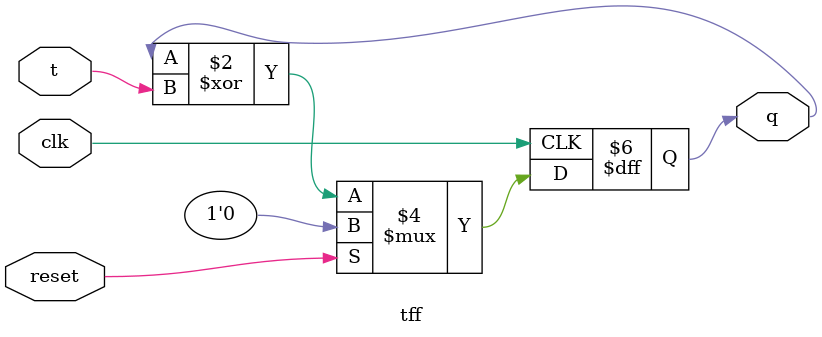
<source format=v>
module tff(q, t, clk, reset);
    input clk, t, reset;
    output q;
    reg q;

    
    always @ (posedge(clk))
    begin
        if (reset)
            q = 1'b0;
            
        else
            q = q^t;
    end    
        
endmodule

</source>
